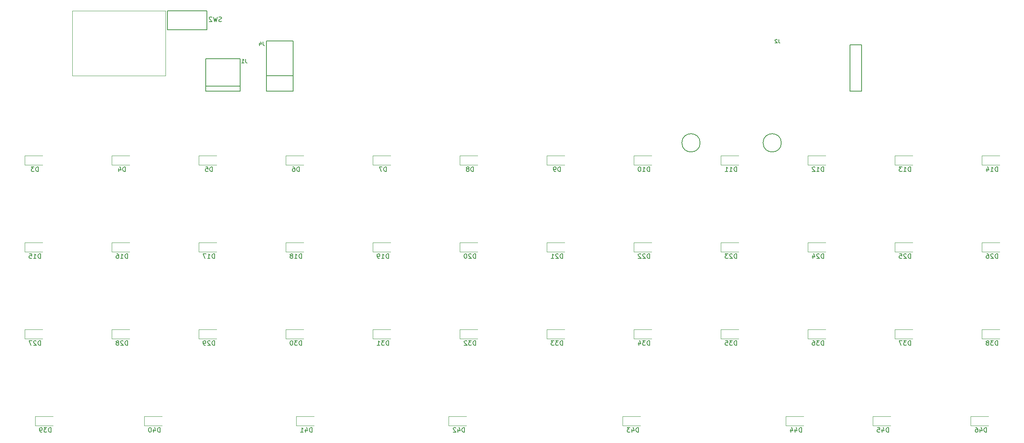
<source format=gbo>
G04 #@! TF.GenerationSoftware,KiCad,Pcbnew,(5.1.5)-3*
G04 #@! TF.CreationDate,2020-06-08T21:07:07-04:00*
G04 #@! TF.ProjectId,Xen40,58656e34-302e-46b6-9963-61645f706362,rev?*
G04 #@! TF.SameCoordinates,Original*
G04 #@! TF.FileFunction,Legend,Bot*
G04 #@! TF.FilePolarity,Positive*
%FSLAX46Y46*%
G04 Gerber Fmt 4.6, Leading zero omitted, Abs format (unit mm)*
G04 Created by KiCad (PCBNEW (5.1.5)-3) date 2020-06-08 21:07:07*
%MOMM*%
%LPD*%
G04 APERTURE LIST*
%ADD10C,0.120000*%
%ADD11C,0.150000*%
%ADD12C,0.203200*%
%ADD13C,0.138988*%
%ADD14C,1.352000*%
%ADD15C,1.452000*%
%ADD16C,1.602000*%
%ADD17C,2.352000*%
%ADD18C,4.089800*%
%ADD19C,1.852000*%
%ADD20C,3.150000*%
%ADD21C,1.499000*%
%ADD22C,1.879600*%
%ADD23C,3.301600*%
%ADD24R,1.002000X1.302000*%
G04 APERTURE END LIST*
D10*
X49500000Y-58800000D02*
X49500000Y-44600000D01*
X69900000Y-58800000D02*
X49500000Y-58800000D01*
X69900000Y-44600000D02*
X69900000Y-58800000D01*
X49500000Y-44600000D02*
X69900000Y-44600000D01*
D11*
X78709000Y-61115000D02*
X86209000Y-61115000D01*
X86169000Y-62215000D02*
X78709000Y-62215000D01*
X86209000Y-55115000D02*
X78709000Y-55115000D01*
X78709000Y-55115000D02*
X78709000Y-62215000D01*
X86209000Y-62215000D02*
X86209000Y-55115000D01*
X91935000Y-62178000D02*
X97835000Y-62178000D01*
X97835000Y-51228000D02*
X91935000Y-51228000D01*
X91935000Y-51228000D02*
X91935000Y-62178000D01*
X91935000Y-58828000D02*
X97835000Y-58828000D01*
X97835000Y-62178000D02*
X97835000Y-51228000D01*
X70312500Y-44625000D02*
X78912500Y-44625000D01*
X70312500Y-44625000D02*
X70312500Y-48725000D01*
X70312500Y-48725000D02*
X78912500Y-48725000D01*
X78912500Y-48725000D02*
X78912500Y-44625000D01*
X219710000Y-52070000D02*
X222250000Y-52070000D01*
X219710000Y-62230000D02*
X219710000Y-52070000D01*
X222250000Y-62230000D02*
X219710000Y-62230000D01*
X222250000Y-52070000D02*
X222250000Y-62230000D01*
D12*
X186912000Y-73533000D02*
G75*
G03X186912000Y-73533000I-2000000J0D01*
G01*
X204692000Y-73533000D02*
G75*
G03X204692000Y-73533000I-2000000J0D01*
G01*
D10*
X246162000Y-135493000D02*
X250062000Y-135493000D01*
X246162000Y-133493000D02*
X250062000Y-133493000D01*
X246162000Y-135493000D02*
X246162000Y-133493000D01*
X224699000Y-135493000D02*
X228599000Y-135493000D01*
X224699000Y-133493000D02*
X228599000Y-133493000D01*
X224699000Y-135493000D02*
X224699000Y-133493000D01*
X205649000Y-135493000D02*
X209549000Y-135493000D01*
X205649000Y-133493000D02*
X209549000Y-133493000D01*
X205649000Y-135493000D02*
X205649000Y-133493000D01*
X169962000Y-135493000D02*
X173862000Y-135493000D01*
X169962000Y-133493000D02*
X173862000Y-133493000D01*
X169962000Y-135493000D02*
X169962000Y-133493000D01*
X131862000Y-135493000D02*
X135762000Y-135493000D01*
X131862000Y-133493000D02*
X135762000Y-133493000D01*
X131862000Y-135493000D02*
X131862000Y-133493000D01*
X98461000Y-135493000D02*
X102361000Y-135493000D01*
X98461000Y-133493000D02*
X102361000Y-133493000D01*
X98461000Y-135493000D02*
X98461000Y-133493000D01*
X65187000Y-135493000D02*
X69087000Y-135493000D01*
X65187000Y-133493000D02*
X69087000Y-133493000D01*
X65187000Y-135493000D02*
X65187000Y-133493000D01*
X41311000Y-135493000D02*
X45211000Y-135493000D01*
X41311000Y-133493000D02*
X45211000Y-133493000D01*
X41311000Y-135493000D02*
X41311000Y-133493000D01*
X248575000Y-116443000D02*
X252475000Y-116443000D01*
X248575000Y-114443000D02*
X252475000Y-114443000D01*
X248575000Y-116443000D02*
X248575000Y-114443000D01*
X229525000Y-116443000D02*
X233425000Y-116443000D01*
X229525000Y-114443000D02*
X233425000Y-114443000D01*
X229525000Y-116443000D02*
X229525000Y-114443000D01*
X210475000Y-116443000D02*
X214375000Y-116443000D01*
X210475000Y-114443000D02*
X214375000Y-114443000D01*
X210475000Y-116443000D02*
X210475000Y-114443000D01*
X191425000Y-116443000D02*
X195325000Y-116443000D01*
X191425000Y-114443000D02*
X195325000Y-114443000D01*
X191425000Y-116443000D02*
X191425000Y-114443000D01*
X172375000Y-116443000D02*
X176275000Y-116443000D01*
X172375000Y-114443000D02*
X176275000Y-114443000D01*
X172375000Y-116443000D02*
X172375000Y-114443000D01*
X153325000Y-116443000D02*
X157225000Y-116443000D01*
X153325000Y-114443000D02*
X157225000Y-114443000D01*
X153325000Y-116443000D02*
X153325000Y-114443000D01*
X134275000Y-116443000D02*
X138175000Y-116443000D01*
X134275000Y-114443000D02*
X138175000Y-114443000D01*
X134275000Y-116443000D02*
X134275000Y-114443000D01*
X115225000Y-116443000D02*
X119125000Y-116443000D01*
X115225000Y-114443000D02*
X119125000Y-114443000D01*
X115225000Y-116443000D02*
X115225000Y-114443000D01*
X96175000Y-116443000D02*
X100075000Y-116443000D01*
X96175000Y-114443000D02*
X100075000Y-114443000D01*
X96175000Y-116443000D02*
X96175000Y-114443000D01*
X77125000Y-116443000D02*
X81025000Y-116443000D01*
X77125000Y-114443000D02*
X81025000Y-114443000D01*
X77125000Y-116443000D02*
X77125000Y-114443000D01*
X58075000Y-116443000D02*
X61975000Y-116443000D01*
X58075000Y-114443000D02*
X61975000Y-114443000D01*
X58075000Y-116443000D02*
X58075000Y-114443000D01*
X39025000Y-116443000D02*
X42925000Y-116443000D01*
X39025000Y-114443000D02*
X42925000Y-114443000D01*
X39025000Y-116443000D02*
X39025000Y-114443000D01*
X248575000Y-97393000D02*
X252475000Y-97393000D01*
X248575000Y-95393000D02*
X252475000Y-95393000D01*
X248575000Y-97393000D02*
X248575000Y-95393000D01*
X229525000Y-97393000D02*
X233425000Y-97393000D01*
X229525000Y-95393000D02*
X233425000Y-95393000D01*
X229525000Y-97393000D02*
X229525000Y-95393000D01*
X210475000Y-97393000D02*
X214375000Y-97393000D01*
X210475000Y-95393000D02*
X214375000Y-95393000D01*
X210475000Y-97393000D02*
X210475000Y-95393000D01*
X191425000Y-97393000D02*
X195325000Y-97393000D01*
X191425000Y-95393000D02*
X195325000Y-95393000D01*
X191425000Y-97393000D02*
X191425000Y-95393000D01*
X172375000Y-97393000D02*
X176275000Y-97393000D01*
X172375000Y-95393000D02*
X176275000Y-95393000D01*
X172375000Y-97393000D02*
X172375000Y-95393000D01*
X153325000Y-97393000D02*
X157225000Y-97393000D01*
X153325000Y-95393000D02*
X157225000Y-95393000D01*
X153325000Y-97393000D02*
X153325000Y-95393000D01*
X134275000Y-97393000D02*
X138175000Y-97393000D01*
X134275000Y-95393000D02*
X138175000Y-95393000D01*
X134275000Y-97393000D02*
X134275000Y-95393000D01*
X115225000Y-97393000D02*
X119125000Y-97393000D01*
X115225000Y-95393000D02*
X119125000Y-95393000D01*
X115225000Y-97393000D02*
X115225000Y-95393000D01*
X96175000Y-97393000D02*
X100075000Y-97393000D01*
X96175000Y-95393000D02*
X100075000Y-95393000D01*
X96175000Y-97393000D02*
X96175000Y-95393000D01*
X77125000Y-97393000D02*
X81025000Y-97393000D01*
X77125000Y-95393000D02*
X81025000Y-95393000D01*
X77125000Y-97393000D02*
X77125000Y-95393000D01*
X58075000Y-97393000D02*
X61975000Y-97393000D01*
X58075000Y-95393000D02*
X61975000Y-95393000D01*
X58075000Y-97393000D02*
X58075000Y-95393000D01*
X39025000Y-97393000D02*
X42925000Y-97393000D01*
X39025000Y-95393000D02*
X42925000Y-95393000D01*
X39025000Y-97393000D02*
X39025000Y-95393000D01*
X248575000Y-78343000D02*
X252475000Y-78343000D01*
X248575000Y-76343000D02*
X252475000Y-76343000D01*
X248575000Y-78343000D02*
X248575000Y-76343000D01*
X229525000Y-78343000D02*
X233425000Y-78343000D01*
X229525000Y-76343000D02*
X233425000Y-76343000D01*
X229525000Y-78343000D02*
X229525000Y-76343000D01*
X210475000Y-78343000D02*
X214375000Y-78343000D01*
X210475000Y-76343000D02*
X214375000Y-76343000D01*
X210475000Y-78343000D02*
X210475000Y-76343000D01*
X191425000Y-78343000D02*
X195325000Y-78343000D01*
X191425000Y-76343000D02*
X195325000Y-76343000D01*
X191425000Y-78343000D02*
X191425000Y-76343000D01*
X172375000Y-78343000D02*
X176275000Y-78343000D01*
X172375000Y-76343000D02*
X176275000Y-76343000D01*
X172375000Y-78343000D02*
X172375000Y-76343000D01*
X153325000Y-78343000D02*
X157225000Y-78343000D01*
X153325000Y-76343000D02*
X157225000Y-76343000D01*
X153325000Y-78343000D02*
X153325000Y-76343000D01*
X134275000Y-78343000D02*
X138175000Y-78343000D01*
X134275000Y-76343000D02*
X138175000Y-76343000D01*
X134275000Y-78343000D02*
X134275000Y-76343000D01*
X115225000Y-78343000D02*
X119125000Y-78343000D01*
X115225000Y-76343000D02*
X119125000Y-76343000D01*
X115225000Y-78343000D02*
X115225000Y-76343000D01*
X96175000Y-78343000D02*
X100075000Y-78343000D01*
X96175000Y-76343000D02*
X100075000Y-76343000D01*
X96175000Y-78343000D02*
X96175000Y-76343000D01*
X77125000Y-78343000D02*
X81025000Y-78343000D01*
X77125000Y-76343000D02*
X81025000Y-76343000D01*
X77125000Y-78343000D02*
X77125000Y-76343000D01*
X58075000Y-78343000D02*
X61975000Y-78343000D01*
X58075000Y-76343000D02*
X61975000Y-76343000D01*
X58075000Y-78343000D02*
X58075000Y-76343000D01*
X39025000Y-78343000D02*
X42925000Y-78343000D01*
X39025000Y-76343000D02*
X42925000Y-76343000D01*
X39025000Y-78343000D02*
X39025000Y-76343000D01*
D11*
X87392933Y-55180895D02*
X87392933Y-55761466D01*
X87431638Y-55877580D01*
X87509047Y-55954990D01*
X87625161Y-55993695D01*
X87702571Y-55993695D01*
X86580133Y-55993695D02*
X87044590Y-55993695D01*
X86812361Y-55993695D02*
X86812361Y-55180895D01*
X86889771Y-55297009D01*
X86967180Y-55374419D01*
X87044590Y-55413123D01*
X91202933Y-51370895D02*
X91202933Y-51951466D01*
X91241638Y-52067580D01*
X91319047Y-52144990D01*
X91435161Y-52183695D01*
X91512571Y-52183695D01*
X90467542Y-51641828D02*
X90467542Y-52183695D01*
X90661066Y-51332190D02*
X90854590Y-51912761D01*
X90351428Y-51912761D01*
X82105333Y-46886761D02*
X81962476Y-46934380D01*
X81724380Y-46934380D01*
X81629142Y-46886761D01*
X81581523Y-46839142D01*
X81533904Y-46743904D01*
X81533904Y-46648666D01*
X81581523Y-46553428D01*
X81629142Y-46505809D01*
X81724380Y-46458190D01*
X81914857Y-46410571D01*
X82010095Y-46362952D01*
X82057714Y-46315333D01*
X82105333Y-46220095D01*
X82105333Y-46124857D01*
X82057714Y-46029619D01*
X82010095Y-45982000D01*
X81914857Y-45934380D01*
X81676761Y-45934380D01*
X81533904Y-45982000D01*
X81200571Y-45934380D02*
X80962476Y-46934380D01*
X80772000Y-46220095D01*
X80581523Y-46934380D01*
X80343428Y-45934380D01*
X80010095Y-46029619D02*
X79962476Y-45982000D01*
X79867238Y-45934380D01*
X79629142Y-45934380D01*
X79533904Y-45982000D01*
X79486285Y-46029619D01*
X79438666Y-46124857D01*
X79438666Y-46220095D01*
X79486285Y-46362952D01*
X80057714Y-46934380D01*
X79438666Y-46934380D01*
D13*
X204102193Y-50880070D02*
X204102193Y-51431613D01*
X204138962Y-51541921D01*
X204212501Y-51615460D01*
X204322810Y-51652230D01*
X204396349Y-51652230D01*
X203771267Y-50953609D02*
X203734497Y-50916840D01*
X203660958Y-50880070D01*
X203477111Y-50880070D01*
X203403572Y-50916840D01*
X203366802Y-50953609D01*
X203330033Y-51027148D01*
X203330033Y-51100687D01*
X203366802Y-51210996D01*
X203808036Y-51652230D01*
X203330033Y-51652230D01*
D11*
X249626285Y-136945380D02*
X249626285Y-135945380D01*
X249388190Y-135945380D01*
X249245333Y-135993000D01*
X249150095Y-136088238D01*
X249102476Y-136183476D01*
X249054857Y-136373952D01*
X249054857Y-136516809D01*
X249102476Y-136707285D01*
X249150095Y-136802523D01*
X249245333Y-136897761D01*
X249388190Y-136945380D01*
X249626285Y-136945380D01*
X248197714Y-136278714D02*
X248197714Y-136945380D01*
X248435809Y-135897761D02*
X248673904Y-136612047D01*
X248054857Y-136612047D01*
X247245333Y-135945380D02*
X247435809Y-135945380D01*
X247531047Y-135993000D01*
X247578666Y-136040619D01*
X247673904Y-136183476D01*
X247721523Y-136373952D01*
X247721523Y-136754904D01*
X247673904Y-136850142D01*
X247626285Y-136897761D01*
X247531047Y-136945380D01*
X247340571Y-136945380D01*
X247245333Y-136897761D01*
X247197714Y-136850142D01*
X247150095Y-136754904D01*
X247150095Y-136516809D01*
X247197714Y-136421571D01*
X247245333Y-136373952D01*
X247340571Y-136326333D01*
X247531047Y-136326333D01*
X247626285Y-136373952D01*
X247673904Y-136421571D01*
X247721523Y-136516809D01*
X228163285Y-136945380D02*
X228163285Y-135945380D01*
X227925190Y-135945380D01*
X227782333Y-135993000D01*
X227687095Y-136088238D01*
X227639476Y-136183476D01*
X227591857Y-136373952D01*
X227591857Y-136516809D01*
X227639476Y-136707285D01*
X227687095Y-136802523D01*
X227782333Y-136897761D01*
X227925190Y-136945380D01*
X228163285Y-136945380D01*
X226734714Y-136278714D02*
X226734714Y-136945380D01*
X226972809Y-135897761D02*
X227210904Y-136612047D01*
X226591857Y-136612047D01*
X225734714Y-135945380D02*
X226210904Y-135945380D01*
X226258523Y-136421571D01*
X226210904Y-136373952D01*
X226115666Y-136326333D01*
X225877571Y-136326333D01*
X225782333Y-136373952D01*
X225734714Y-136421571D01*
X225687095Y-136516809D01*
X225687095Y-136754904D01*
X225734714Y-136850142D01*
X225782333Y-136897761D01*
X225877571Y-136945380D01*
X226115666Y-136945380D01*
X226210904Y-136897761D01*
X226258523Y-136850142D01*
X209113285Y-136945380D02*
X209113285Y-135945380D01*
X208875190Y-135945380D01*
X208732333Y-135993000D01*
X208637095Y-136088238D01*
X208589476Y-136183476D01*
X208541857Y-136373952D01*
X208541857Y-136516809D01*
X208589476Y-136707285D01*
X208637095Y-136802523D01*
X208732333Y-136897761D01*
X208875190Y-136945380D01*
X209113285Y-136945380D01*
X207684714Y-136278714D02*
X207684714Y-136945380D01*
X207922809Y-135897761D02*
X208160904Y-136612047D01*
X207541857Y-136612047D01*
X206732333Y-136278714D02*
X206732333Y-136945380D01*
X206970428Y-135897761D02*
X207208523Y-136612047D01*
X206589476Y-136612047D01*
X173426285Y-136945380D02*
X173426285Y-135945380D01*
X173188190Y-135945380D01*
X173045333Y-135993000D01*
X172950095Y-136088238D01*
X172902476Y-136183476D01*
X172854857Y-136373952D01*
X172854857Y-136516809D01*
X172902476Y-136707285D01*
X172950095Y-136802523D01*
X173045333Y-136897761D01*
X173188190Y-136945380D01*
X173426285Y-136945380D01*
X171997714Y-136278714D02*
X171997714Y-136945380D01*
X172235809Y-135897761D02*
X172473904Y-136612047D01*
X171854857Y-136612047D01*
X171569142Y-135945380D02*
X170950095Y-135945380D01*
X171283428Y-136326333D01*
X171140571Y-136326333D01*
X171045333Y-136373952D01*
X170997714Y-136421571D01*
X170950095Y-136516809D01*
X170950095Y-136754904D01*
X170997714Y-136850142D01*
X171045333Y-136897761D01*
X171140571Y-136945380D01*
X171426285Y-136945380D01*
X171521523Y-136897761D01*
X171569142Y-136850142D01*
X135326285Y-136945380D02*
X135326285Y-135945380D01*
X135088190Y-135945380D01*
X134945333Y-135993000D01*
X134850095Y-136088238D01*
X134802476Y-136183476D01*
X134754857Y-136373952D01*
X134754857Y-136516809D01*
X134802476Y-136707285D01*
X134850095Y-136802523D01*
X134945333Y-136897761D01*
X135088190Y-136945380D01*
X135326285Y-136945380D01*
X133897714Y-136278714D02*
X133897714Y-136945380D01*
X134135809Y-135897761D02*
X134373904Y-136612047D01*
X133754857Y-136612047D01*
X133421523Y-136040619D02*
X133373904Y-135993000D01*
X133278666Y-135945380D01*
X133040571Y-135945380D01*
X132945333Y-135993000D01*
X132897714Y-136040619D01*
X132850095Y-136135857D01*
X132850095Y-136231095D01*
X132897714Y-136373952D01*
X133469142Y-136945380D01*
X132850095Y-136945380D01*
X101925285Y-136945380D02*
X101925285Y-135945380D01*
X101687190Y-135945380D01*
X101544333Y-135993000D01*
X101449095Y-136088238D01*
X101401476Y-136183476D01*
X101353857Y-136373952D01*
X101353857Y-136516809D01*
X101401476Y-136707285D01*
X101449095Y-136802523D01*
X101544333Y-136897761D01*
X101687190Y-136945380D01*
X101925285Y-136945380D01*
X100496714Y-136278714D02*
X100496714Y-136945380D01*
X100734809Y-135897761D02*
X100972904Y-136612047D01*
X100353857Y-136612047D01*
X99449095Y-136945380D02*
X100020523Y-136945380D01*
X99734809Y-136945380D02*
X99734809Y-135945380D01*
X99830047Y-136088238D01*
X99925285Y-136183476D01*
X100020523Y-136231095D01*
X68651285Y-136945380D02*
X68651285Y-135945380D01*
X68413190Y-135945380D01*
X68270333Y-135993000D01*
X68175095Y-136088238D01*
X68127476Y-136183476D01*
X68079857Y-136373952D01*
X68079857Y-136516809D01*
X68127476Y-136707285D01*
X68175095Y-136802523D01*
X68270333Y-136897761D01*
X68413190Y-136945380D01*
X68651285Y-136945380D01*
X67222714Y-136278714D02*
X67222714Y-136945380D01*
X67460809Y-135897761D02*
X67698904Y-136612047D01*
X67079857Y-136612047D01*
X66508428Y-135945380D02*
X66413190Y-135945380D01*
X66317952Y-135993000D01*
X66270333Y-136040619D01*
X66222714Y-136135857D01*
X66175095Y-136326333D01*
X66175095Y-136564428D01*
X66222714Y-136754904D01*
X66270333Y-136850142D01*
X66317952Y-136897761D01*
X66413190Y-136945380D01*
X66508428Y-136945380D01*
X66603666Y-136897761D01*
X66651285Y-136850142D01*
X66698904Y-136754904D01*
X66746523Y-136564428D01*
X66746523Y-136326333D01*
X66698904Y-136135857D01*
X66651285Y-136040619D01*
X66603666Y-135993000D01*
X66508428Y-135945380D01*
X44775285Y-136945380D02*
X44775285Y-135945380D01*
X44537190Y-135945380D01*
X44394333Y-135993000D01*
X44299095Y-136088238D01*
X44251476Y-136183476D01*
X44203857Y-136373952D01*
X44203857Y-136516809D01*
X44251476Y-136707285D01*
X44299095Y-136802523D01*
X44394333Y-136897761D01*
X44537190Y-136945380D01*
X44775285Y-136945380D01*
X43870523Y-135945380D02*
X43251476Y-135945380D01*
X43584809Y-136326333D01*
X43441952Y-136326333D01*
X43346714Y-136373952D01*
X43299095Y-136421571D01*
X43251476Y-136516809D01*
X43251476Y-136754904D01*
X43299095Y-136850142D01*
X43346714Y-136897761D01*
X43441952Y-136945380D01*
X43727666Y-136945380D01*
X43822904Y-136897761D01*
X43870523Y-136850142D01*
X42775285Y-136945380D02*
X42584809Y-136945380D01*
X42489571Y-136897761D01*
X42441952Y-136850142D01*
X42346714Y-136707285D01*
X42299095Y-136516809D01*
X42299095Y-136135857D01*
X42346714Y-136040619D01*
X42394333Y-135993000D01*
X42489571Y-135945380D01*
X42680047Y-135945380D01*
X42775285Y-135993000D01*
X42822904Y-136040619D01*
X42870523Y-136135857D01*
X42870523Y-136373952D01*
X42822904Y-136469190D01*
X42775285Y-136516809D01*
X42680047Y-136564428D01*
X42489571Y-136564428D01*
X42394333Y-136516809D01*
X42346714Y-136469190D01*
X42299095Y-136373952D01*
X252039285Y-117895380D02*
X252039285Y-116895380D01*
X251801190Y-116895380D01*
X251658333Y-116943000D01*
X251563095Y-117038238D01*
X251515476Y-117133476D01*
X251467857Y-117323952D01*
X251467857Y-117466809D01*
X251515476Y-117657285D01*
X251563095Y-117752523D01*
X251658333Y-117847761D01*
X251801190Y-117895380D01*
X252039285Y-117895380D01*
X251134523Y-116895380D02*
X250515476Y-116895380D01*
X250848809Y-117276333D01*
X250705952Y-117276333D01*
X250610714Y-117323952D01*
X250563095Y-117371571D01*
X250515476Y-117466809D01*
X250515476Y-117704904D01*
X250563095Y-117800142D01*
X250610714Y-117847761D01*
X250705952Y-117895380D01*
X250991666Y-117895380D01*
X251086904Y-117847761D01*
X251134523Y-117800142D01*
X249944047Y-117323952D02*
X250039285Y-117276333D01*
X250086904Y-117228714D01*
X250134523Y-117133476D01*
X250134523Y-117085857D01*
X250086904Y-116990619D01*
X250039285Y-116943000D01*
X249944047Y-116895380D01*
X249753571Y-116895380D01*
X249658333Y-116943000D01*
X249610714Y-116990619D01*
X249563095Y-117085857D01*
X249563095Y-117133476D01*
X249610714Y-117228714D01*
X249658333Y-117276333D01*
X249753571Y-117323952D01*
X249944047Y-117323952D01*
X250039285Y-117371571D01*
X250086904Y-117419190D01*
X250134523Y-117514428D01*
X250134523Y-117704904D01*
X250086904Y-117800142D01*
X250039285Y-117847761D01*
X249944047Y-117895380D01*
X249753571Y-117895380D01*
X249658333Y-117847761D01*
X249610714Y-117800142D01*
X249563095Y-117704904D01*
X249563095Y-117514428D01*
X249610714Y-117419190D01*
X249658333Y-117371571D01*
X249753571Y-117323952D01*
X232989285Y-117895380D02*
X232989285Y-116895380D01*
X232751190Y-116895380D01*
X232608333Y-116943000D01*
X232513095Y-117038238D01*
X232465476Y-117133476D01*
X232417857Y-117323952D01*
X232417857Y-117466809D01*
X232465476Y-117657285D01*
X232513095Y-117752523D01*
X232608333Y-117847761D01*
X232751190Y-117895380D01*
X232989285Y-117895380D01*
X232084523Y-116895380D02*
X231465476Y-116895380D01*
X231798809Y-117276333D01*
X231655952Y-117276333D01*
X231560714Y-117323952D01*
X231513095Y-117371571D01*
X231465476Y-117466809D01*
X231465476Y-117704904D01*
X231513095Y-117800142D01*
X231560714Y-117847761D01*
X231655952Y-117895380D01*
X231941666Y-117895380D01*
X232036904Y-117847761D01*
X232084523Y-117800142D01*
X231132142Y-116895380D02*
X230465476Y-116895380D01*
X230894047Y-117895380D01*
X213939285Y-117895380D02*
X213939285Y-116895380D01*
X213701190Y-116895380D01*
X213558333Y-116943000D01*
X213463095Y-117038238D01*
X213415476Y-117133476D01*
X213367857Y-117323952D01*
X213367857Y-117466809D01*
X213415476Y-117657285D01*
X213463095Y-117752523D01*
X213558333Y-117847761D01*
X213701190Y-117895380D01*
X213939285Y-117895380D01*
X213034523Y-116895380D02*
X212415476Y-116895380D01*
X212748809Y-117276333D01*
X212605952Y-117276333D01*
X212510714Y-117323952D01*
X212463095Y-117371571D01*
X212415476Y-117466809D01*
X212415476Y-117704904D01*
X212463095Y-117800142D01*
X212510714Y-117847761D01*
X212605952Y-117895380D01*
X212891666Y-117895380D01*
X212986904Y-117847761D01*
X213034523Y-117800142D01*
X211558333Y-116895380D02*
X211748809Y-116895380D01*
X211844047Y-116943000D01*
X211891666Y-116990619D01*
X211986904Y-117133476D01*
X212034523Y-117323952D01*
X212034523Y-117704904D01*
X211986904Y-117800142D01*
X211939285Y-117847761D01*
X211844047Y-117895380D01*
X211653571Y-117895380D01*
X211558333Y-117847761D01*
X211510714Y-117800142D01*
X211463095Y-117704904D01*
X211463095Y-117466809D01*
X211510714Y-117371571D01*
X211558333Y-117323952D01*
X211653571Y-117276333D01*
X211844047Y-117276333D01*
X211939285Y-117323952D01*
X211986904Y-117371571D01*
X212034523Y-117466809D01*
X194889285Y-117895380D02*
X194889285Y-116895380D01*
X194651190Y-116895380D01*
X194508333Y-116943000D01*
X194413095Y-117038238D01*
X194365476Y-117133476D01*
X194317857Y-117323952D01*
X194317857Y-117466809D01*
X194365476Y-117657285D01*
X194413095Y-117752523D01*
X194508333Y-117847761D01*
X194651190Y-117895380D01*
X194889285Y-117895380D01*
X193984523Y-116895380D02*
X193365476Y-116895380D01*
X193698809Y-117276333D01*
X193555952Y-117276333D01*
X193460714Y-117323952D01*
X193413095Y-117371571D01*
X193365476Y-117466809D01*
X193365476Y-117704904D01*
X193413095Y-117800142D01*
X193460714Y-117847761D01*
X193555952Y-117895380D01*
X193841666Y-117895380D01*
X193936904Y-117847761D01*
X193984523Y-117800142D01*
X192460714Y-116895380D02*
X192936904Y-116895380D01*
X192984523Y-117371571D01*
X192936904Y-117323952D01*
X192841666Y-117276333D01*
X192603571Y-117276333D01*
X192508333Y-117323952D01*
X192460714Y-117371571D01*
X192413095Y-117466809D01*
X192413095Y-117704904D01*
X192460714Y-117800142D01*
X192508333Y-117847761D01*
X192603571Y-117895380D01*
X192841666Y-117895380D01*
X192936904Y-117847761D01*
X192984523Y-117800142D01*
X175839285Y-117895380D02*
X175839285Y-116895380D01*
X175601190Y-116895380D01*
X175458333Y-116943000D01*
X175363095Y-117038238D01*
X175315476Y-117133476D01*
X175267857Y-117323952D01*
X175267857Y-117466809D01*
X175315476Y-117657285D01*
X175363095Y-117752523D01*
X175458333Y-117847761D01*
X175601190Y-117895380D01*
X175839285Y-117895380D01*
X174934523Y-116895380D02*
X174315476Y-116895380D01*
X174648809Y-117276333D01*
X174505952Y-117276333D01*
X174410714Y-117323952D01*
X174363095Y-117371571D01*
X174315476Y-117466809D01*
X174315476Y-117704904D01*
X174363095Y-117800142D01*
X174410714Y-117847761D01*
X174505952Y-117895380D01*
X174791666Y-117895380D01*
X174886904Y-117847761D01*
X174934523Y-117800142D01*
X173458333Y-117228714D02*
X173458333Y-117895380D01*
X173696428Y-116847761D02*
X173934523Y-117562047D01*
X173315476Y-117562047D01*
X156789285Y-117895380D02*
X156789285Y-116895380D01*
X156551190Y-116895380D01*
X156408333Y-116943000D01*
X156313095Y-117038238D01*
X156265476Y-117133476D01*
X156217857Y-117323952D01*
X156217857Y-117466809D01*
X156265476Y-117657285D01*
X156313095Y-117752523D01*
X156408333Y-117847761D01*
X156551190Y-117895380D01*
X156789285Y-117895380D01*
X155884523Y-116895380D02*
X155265476Y-116895380D01*
X155598809Y-117276333D01*
X155455952Y-117276333D01*
X155360714Y-117323952D01*
X155313095Y-117371571D01*
X155265476Y-117466809D01*
X155265476Y-117704904D01*
X155313095Y-117800142D01*
X155360714Y-117847761D01*
X155455952Y-117895380D01*
X155741666Y-117895380D01*
X155836904Y-117847761D01*
X155884523Y-117800142D01*
X154932142Y-116895380D02*
X154313095Y-116895380D01*
X154646428Y-117276333D01*
X154503571Y-117276333D01*
X154408333Y-117323952D01*
X154360714Y-117371571D01*
X154313095Y-117466809D01*
X154313095Y-117704904D01*
X154360714Y-117800142D01*
X154408333Y-117847761D01*
X154503571Y-117895380D01*
X154789285Y-117895380D01*
X154884523Y-117847761D01*
X154932142Y-117800142D01*
X137739285Y-117895380D02*
X137739285Y-116895380D01*
X137501190Y-116895380D01*
X137358333Y-116943000D01*
X137263095Y-117038238D01*
X137215476Y-117133476D01*
X137167857Y-117323952D01*
X137167857Y-117466809D01*
X137215476Y-117657285D01*
X137263095Y-117752523D01*
X137358333Y-117847761D01*
X137501190Y-117895380D01*
X137739285Y-117895380D01*
X136834523Y-116895380D02*
X136215476Y-116895380D01*
X136548809Y-117276333D01*
X136405952Y-117276333D01*
X136310714Y-117323952D01*
X136263095Y-117371571D01*
X136215476Y-117466809D01*
X136215476Y-117704904D01*
X136263095Y-117800142D01*
X136310714Y-117847761D01*
X136405952Y-117895380D01*
X136691666Y-117895380D01*
X136786904Y-117847761D01*
X136834523Y-117800142D01*
X135834523Y-116990619D02*
X135786904Y-116943000D01*
X135691666Y-116895380D01*
X135453571Y-116895380D01*
X135358333Y-116943000D01*
X135310714Y-116990619D01*
X135263095Y-117085857D01*
X135263095Y-117181095D01*
X135310714Y-117323952D01*
X135882142Y-117895380D01*
X135263095Y-117895380D01*
X118689285Y-117895380D02*
X118689285Y-116895380D01*
X118451190Y-116895380D01*
X118308333Y-116943000D01*
X118213095Y-117038238D01*
X118165476Y-117133476D01*
X118117857Y-117323952D01*
X118117857Y-117466809D01*
X118165476Y-117657285D01*
X118213095Y-117752523D01*
X118308333Y-117847761D01*
X118451190Y-117895380D01*
X118689285Y-117895380D01*
X117784523Y-116895380D02*
X117165476Y-116895380D01*
X117498809Y-117276333D01*
X117355952Y-117276333D01*
X117260714Y-117323952D01*
X117213095Y-117371571D01*
X117165476Y-117466809D01*
X117165476Y-117704904D01*
X117213095Y-117800142D01*
X117260714Y-117847761D01*
X117355952Y-117895380D01*
X117641666Y-117895380D01*
X117736904Y-117847761D01*
X117784523Y-117800142D01*
X116213095Y-117895380D02*
X116784523Y-117895380D01*
X116498809Y-117895380D02*
X116498809Y-116895380D01*
X116594047Y-117038238D01*
X116689285Y-117133476D01*
X116784523Y-117181095D01*
X99639285Y-117895380D02*
X99639285Y-116895380D01*
X99401190Y-116895380D01*
X99258333Y-116943000D01*
X99163095Y-117038238D01*
X99115476Y-117133476D01*
X99067857Y-117323952D01*
X99067857Y-117466809D01*
X99115476Y-117657285D01*
X99163095Y-117752523D01*
X99258333Y-117847761D01*
X99401190Y-117895380D01*
X99639285Y-117895380D01*
X98734523Y-116895380D02*
X98115476Y-116895380D01*
X98448809Y-117276333D01*
X98305952Y-117276333D01*
X98210714Y-117323952D01*
X98163095Y-117371571D01*
X98115476Y-117466809D01*
X98115476Y-117704904D01*
X98163095Y-117800142D01*
X98210714Y-117847761D01*
X98305952Y-117895380D01*
X98591666Y-117895380D01*
X98686904Y-117847761D01*
X98734523Y-117800142D01*
X97496428Y-116895380D02*
X97401190Y-116895380D01*
X97305952Y-116943000D01*
X97258333Y-116990619D01*
X97210714Y-117085857D01*
X97163095Y-117276333D01*
X97163095Y-117514428D01*
X97210714Y-117704904D01*
X97258333Y-117800142D01*
X97305952Y-117847761D01*
X97401190Y-117895380D01*
X97496428Y-117895380D01*
X97591666Y-117847761D01*
X97639285Y-117800142D01*
X97686904Y-117704904D01*
X97734523Y-117514428D01*
X97734523Y-117276333D01*
X97686904Y-117085857D01*
X97639285Y-116990619D01*
X97591666Y-116943000D01*
X97496428Y-116895380D01*
X80589285Y-117895380D02*
X80589285Y-116895380D01*
X80351190Y-116895380D01*
X80208333Y-116943000D01*
X80113095Y-117038238D01*
X80065476Y-117133476D01*
X80017857Y-117323952D01*
X80017857Y-117466809D01*
X80065476Y-117657285D01*
X80113095Y-117752523D01*
X80208333Y-117847761D01*
X80351190Y-117895380D01*
X80589285Y-117895380D01*
X79636904Y-116990619D02*
X79589285Y-116943000D01*
X79494047Y-116895380D01*
X79255952Y-116895380D01*
X79160714Y-116943000D01*
X79113095Y-116990619D01*
X79065476Y-117085857D01*
X79065476Y-117181095D01*
X79113095Y-117323952D01*
X79684523Y-117895380D01*
X79065476Y-117895380D01*
X78589285Y-117895380D02*
X78398809Y-117895380D01*
X78303571Y-117847761D01*
X78255952Y-117800142D01*
X78160714Y-117657285D01*
X78113095Y-117466809D01*
X78113095Y-117085857D01*
X78160714Y-116990619D01*
X78208333Y-116943000D01*
X78303571Y-116895380D01*
X78494047Y-116895380D01*
X78589285Y-116943000D01*
X78636904Y-116990619D01*
X78684523Y-117085857D01*
X78684523Y-117323952D01*
X78636904Y-117419190D01*
X78589285Y-117466809D01*
X78494047Y-117514428D01*
X78303571Y-117514428D01*
X78208333Y-117466809D01*
X78160714Y-117419190D01*
X78113095Y-117323952D01*
X61539285Y-117895380D02*
X61539285Y-116895380D01*
X61301190Y-116895380D01*
X61158333Y-116943000D01*
X61063095Y-117038238D01*
X61015476Y-117133476D01*
X60967857Y-117323952D01*
X60967857Y-117466809D01*
X61015476Y-117657285D01*
X61063095Y-117752523D01*
X61158333Y-117847761D01*
X61301190Y-117895380D01*
X61539285Y-117895380D01*
X60586904Y-116990619D02*
X60539285Y-116943000D01*
X60444047Y-116895380D01*
X60205952Y-116895380D01*
X60110714Y-116943000D01*
X60063095Y-116990619D01*
X60015476Y-117085857D01*
X60015476Y-117181095D01*
X60063095Y-117323952D01*
X60634523Y-117895380D01*
X60015476Y-117895380D01*
X59444047Y-117323952D02*
X59539285Y-117276333D01*
X59586904Y-117228714D01*
X59634523Y-117133476D01*
X59634523Y-117085857D01*
X59586904Y-116990619D01*
X59539285Y-116943000D01*
X59444047Y-116895380D01*
X59253571Y-116895380D01*
X59158333Y-116943000D01*
X59110714Y-116990619D01*
X59063095Y-117085857D01*
X59063095Y-117133476D01*
X59110714Y-117228714D01*
X59158333Y-117276333D01*
X59253571Y-117323952D01*
X59444047Y-117323952D01*
X59539285Y-117371571D01*
X59586904Y-117419190D01*
X59634523Y-117514428D01*
X59634523Y-117704904D01*
X59586904Y-117800142D01*
X59539285Y-117847761D01*
X59444047Y-117895380D01*
X59253571Y-117895380D01*
X59158333Y-117847761D01*
X59110714Y-117800142D01*
X59063095Y-117704904D01*
X59063095Y-117514428D01*
X59110714Y-117419190D01*
X59158333Y-117371571D01*
X59253571Y-117323952D01*
X42489285Y-117895380D02*
X42489285Y-116895380D01*
X42251190Y-116895380D01*
X42108333Y-116943000D01*
X42013095Y-117038238D01*
X41965476Y-117133476D01*
X41917857Y-117323952D01*
X41917857Y-117466809D01*
X41965476Y-117657285D01*
X42013095Y-117752523D01*
X42108333Y-117847761D01*
X42251190Y-117895380D01*
X42489285Y-117895380D01*
X41536904Y-116990619D02*
X41489285Y-116943000D01*
X41394047Y-116895380D01*
X41155952Y-116895380D01*
X41060714Y-116943000D01*
X41013095Y-116990619D01*
X40965476Y-117085857D01*
X40965476Y-117181095D01*
X41013095Y-117323952D01*
X41584523Y-117895380D01*
X40965476Y-117895380D01*
X40632142Y-116895380D02*
X39965476Y-116895380D01*
X40394047Y-117895380D01*
X252039285Y-98845380D02*
X252039285Y-97845380D01*
X251801190Y-97845380D01*
X251658333Y-97893000D01*
X251563095Y-97988238D01*
X251515476Y-98083476D01*
X251467857Y-98273952D01*
X251467857Y-98416809D01*
X251515476Y-98607285D01*
X251563095Y-98702523D01*
X251658333Y-98797761D01*
X251801190Y-98845380D01*
X252039285Y-98845380D01*
X251086904Y-97940619D02*
X251039285Y-97893000D01*
X250944047Y-97845380D01*
X250705952Y-97845380D01*
X250610714Y-97893000D01*
X250563095Y-97940619D01*
X250515476Y-98035857D01*
X250515476Y-98131095D01*
X250563095Y-98273952D01*
X251134523Y-98845380D01*
X250515476Y-98845380D01*
X249658333Y-97845380D02*
X249848809Y-97845380D01*
X249944047Y-97893000D01*
X249991666Y-97940619D01*
X250086904Y-98083476D01*
X250134523Y-98273952D01*
X250134523Y-98654904D01*
X250086904Y-98750142D01*
X250039285Y-98797761D01*
X249944047Y-98845380D01*
X249753571Y-98845380D01*
X249658333Y-98797761D01*
X249610714Y-98750142D01*
X249563095Y-98654904D01*
X249563095Y-98416809D01*
X249610714Y-98321571D01*
X249658333Y-98273952D01*
X249753571Y-98226333D01*
X249944047Y-98226333D01*
X250039285Y-98273952D01*
X250086904Y-98321571D01*
X250134523Y-98416809D01*
X232989285Y-98845380D02*
X232989285Y-97845380D01*
X232751190Y-97845380D01*
X232608333Y-97893000D01*
X232513095Y-97988238D01*
X232465476Y-98083476D01*
X232417857Y-98273952D01*
X232417857Y-98416809D01*
X232465476Y-98607285D01*
X232513095Y-98702523D01*
X232608333Y-98797761D01*
X232751190Y-98845380D01*
X232989285Y-98845380D01*
X232036904Y-97940619D02*
X231989285Y-97893000D01*
X231894047Y-97845380D01*
X231655952Y-97845380D01*
X231560714Y-97893000D01*
X231513095Y-97940619D01*
X231465476Y-98035857D01*
X231465476Y-98131095D01*
X231513095Y-98273952D01*
X232084523Y-98845380D01*
X231465476Y-98845380D01*
X230560714Y-97845380D02*
X231036904Y-97845380D01*
X231084523Y-98321571D01*
X231036904Y-98273952D01*
X230941666Y-98226333D01*
X230703571Y-98226333D01*
X230608333Y-98273952D01*
X230560714Y-98321571D01*
X230513095Y-98416809D01*
X230513095Y-98654904D01*
X230560714Y-98750142D01*
X230608333Y-98797761D01*
X230703571Y-98845380D01*
X230941666Y-98845380D01*
X231036904Y-98797761D01*
X231084523Y-98750142D01*
X213939285Y-98845380D02*
X213939285Y-97845380D01*
X213701190Y-97845380D01*
X213558333Y-97893000D01*
X213463095Y-97988238D01*
X213415476Y-98083476D01*
X213367857Y-98273952D01*
X213367857Y-98416809D01*
X213415476Y-98607285D01*
X213463095Y-98702523D01*
X213558333Y-98797761D01*
X213701190Y-98845380D01*
X213939285Y-98845380D01*
X212986904Y-97940619D02*
X212939285Y-97893000D01*
X212844047Y-97845380D01*
X212605952Y-97845380D01*
X212510714Y-97893000D01*
X212463095Y-97940619D01*
X212415476Y-98035857D01*
X212415476Y-98131095D01*
X212463095Y-98273952D01*
X213034523Y-98845380D01*
X212415476Y-98845380D01*
X211558333Y-98178714D02*
X211558333Y-98845380D01*
X211796428Y-97797761D02*
X212034523Y-98512047D01*
X211415476Y-98512047D01*
X194889285Y-98845380D02*
X194889285Y-97845380D01*
X194651190Y-97845380D01*
X194508333Y-97893000D01*
X194413095Y-97988238D01*
X194365476Y-98083476D01*
X194317857Y-98273952D01*
X194317857Y-98416809D01*
X194365476Y-98607285D01*
X194413095Y-98702523D01*
X194508333Y-98797761D01*
X194651190Y-98845380D01*
X194889285Y-98845380D01*
X193936904Y-97940619D02*
X193889285Y-97893000D01*
X193794047Y-97845380D01*
X193555952Y-97845380D01*
X193460714Y-97893000D01*
X193413095Y-97940619D01*
X193365476Y-98035857D01*
X193365476Y-98131095D01*
X193413095Y-98273952D01*
X193984523Y-98845380D01*
X193365476Y-98845380D01*
X193032142Y-97845380D02*
X192413095Y-97845380D01*
X192746428Y-98226333D01*
X192603571Y-98226333D01*
X192508333Y-98273952D01*
X192460714Y-98321571D01*
X192413095Y-98416809D01*
X192413095Y-98654904D01*
X192460714Y-98750142D01*
X192508333Y-98797761D01*
X192603571Y-98845380D01*
X192889285Y-98845380D01*
X192984523Y-98797761D01*
X193032142Y-98750142D01*
X175839285Y-98845380D02*
X175839285Y-97845380D01*
X175601190Y-97845380D01*
X175458333Y-97893000D01*
X175363095Y-97988238D01*
X175315476Y-98083476D01*
X175267857Y-98273952D01*
X175267857Y-98416809D01*
X175315476Y-98607285D01*
X175363095Y-98702523D01*
X175458333Y-98797761D01*
X175601190Y-98845380D01*
X175839285Y-98845380D01*
X174886904Y-97940619D02*
X174839285Y-97893000D01*
X174744047Y-97845380D01*
X174505952Y-97845380D01*
X174410714Y-97893000D01*
X174363095Y-97940619D01*
X174315476Y-98035857D01*
X174315476Y-98131095D01*
X174363095Y-98273952D01*
X174934523Y-98845380D01*
X174315476Y-98845380D01*
X173934523Y-97940619D02*
X173886904Y-97893000D01*
X173791666Y-97845380D01*
X173553571Y-97845380D01*
X173458333Y-97893000D01*
X173410714Y-97940619D01*
X173363095Y-98035857D01*
X173363095Y-98131095D01*
X173410714Y-98273952D01*
X173982142Y-98845380D01*
X173363095Y-98845380D01*
X156789285Y-98845380D02*
X156789285Y-97845380D01*
X156551190Y-97845380D01*
X156408333Y-97893000D01*
X156313095Y-97988238D01*
X156265476Y-98083476D01*
X156217857Y-98273952D01*
X156217857Y-98416809D01*
X156265476Y-98607285D01*
X156313095Y-98702523D01*
X156408333Y-98797761D01*
X156551190Y-98845380D01*
X156789285Y-98845380D01*
X155836904Y-97940619D02*
X155789285Y-97893000D01*
X155694047Y-97845380D01*
X155455952Y-97845380D01*
X155360714Y-97893000D01*
X155313095Y-97940619D01*
X155265476Y-98035857D01*
X155265476Y-98131095D01*
X155313095Y-98273952D01*
X155884523Y-98845380D01*
X155265476Y-98845380D01*
X154313095Y-98845380D02*
X154884523Y-98845380D01*
X154598809Y-98845380D02*
X154598809Y-97845380D01*
X154694047Y-97988238D01*
X154789285Y-98083476D01*
X154884523Y-98131095D01*
X137739285Y-98845380D02*
X137739285Y-97845380D01*
X137501190Y-97845380D01*
X137358333Y-97893000D01*
X137263095Y-97988238D01*
X137215476Y-98083476D01*
X137167857Y-98273952D01*
X137167857Y-98416809D01*
X137215476Y-98607285D01*
X137263095Y-98702523D01*
X137358333Y-98797761D01*
X137501190Y-98845380D01*
X137739285Y-98845380D01*
X136786904Y-97940619D02*
X136739285Y-97893000D01*
X136644047Y-97845380D01*
X136405952Y-97845380D01*
X136310714Y-97893000D01*
X136263095Y-97940619D01*
X136215476Y-98035857D01*
X136215476Y-98131095D01*
X136263095Y-98273952D01*
X136834523Y-98845380D01*
X136215476Y-98845380D01*
X135596428Y-97845380D02*
X135501190Y-97845380D01*
X135405952Y-97893000D01*
X135358333Y-97940619D01*
X135310714Y-98035857D01*
X135263095Y-98226333D01*
X135263095Y-98464428D01*
X135310714Y-98654904D01*
X135358333Y-98750142D01*
X135405952Y-98797761D01*
X135501190Y-98845380D01*
X135596428Y-98845380D01*
X135691666Y-98797761D01*
X135739285Y-98750142D01*
X135786904Y-98654904D01*
X135834523Y-98464428D01*
X135834523Y-98226333D01*
X135786904Y-98035857D01*
X135739285Y-97940619D01*
X135691666Y-97893000D01*
X135596428Y-97845380D01*
X118689285Y-98845380D02*
X118689285Y-97845380D01*
X118451190Y-97845380D01*
X118308333Y-97893000D01*
X118213095Y-97988238D01*
X118165476Y-98083476D01*
X118117857Y-98273952D01*
X118117857Y-98416809D01*
X118165476Y-98607285D01*
X118213095Y-98702523D01*
X118308333Y-98797761D01*
X118451190Y-98845380D01*
X118689285Y-98845380D01*
X117165476Y-98845380D02*
X117736904Y-98845380D01*
X117451190Y-98845380D02*
X117451190Y-97845380D01*
X117546428Y-97988238D01*
X117641666Y-98083476D01*
X117736904Y-98131095D01*
X116689285Y-98845380D02*
X116498809Y-98845380D01*
X116403571Y-98797761D01*
X116355952Y-98750142D01*
X116260714Y-98607285D01*
X116213095Y-98416809D01*
X116213095Y-98035857D01*
X116260714Y-97940619D01*
X116308333Y-97893000D01*
X116403571Y-97845380D01*
X116594047Y-97845380D01*
X116689285Y-97893000D01*
X116736904Y-97940619D01*
X116784523Y-98035857D01*
X116784523Y-98273952D01*
X116736904Y-98369190D01*
X116689285Y-98416809D01*
X116594047Y-98464428D01*
X116403571Y-98464428D01*
X116308333Y-98416809D01*
X116260714Y-98369190D01*
X116213095Y-98273952D01*
X99639285Y-98845380D02*
X99639285Y-97845380D01*
X99401190Y-97845380D01*
X99258333Y-97893000D01*
X99163095Y-97988238D01*
X99115476Y-98083476D01*
X99067857Y-98273952D01*
X99067857Y-98416809D01*
X99115476Y-98607285D01*
X99163095Y-98702523D01*
X99258333Y-98797761D01*
X99401190Y-98845380D01*
X99639285Y-98845380D01*
X98115476Y-98845380D02*
X98686904Y-98845380D01*
X98401190Y-98845380D02*
X98401190Y-97845380D01*
X98496428Y-97988238D01*
X98591666Y-98083476D01*
X98686904Y-98131095D01*
X97544047Y-98273952D02*
X97639285Y-98226333D01*
X97686904Y-98178714D01*
X97734523Y-98083476D01*
X97734523Y-98035857D01*
X97686904Y-97940619D01*
X97639285Y-97893000D01*
X97544047Y-97845380D01*
X97353571Y-97845380D01*
X97258333Y-97893000D01*
X97210714Y-97940619D01*
X97163095Y-98035857D01*
X97163095Y-98083476D01*
X97210714Y-98178714D01*
X97258333Y-98226333D01*
X97353571Y-98273952D01*
X97544047Y-98273952D01*
X97639285Y-98321571D01*
X97686904Y-98369190D01*
X97734523Y-98464428D01*
X97734523Y-98654904D01*
X97686904Y-98750142D01*
X97639285Y-98797761D01*
X97544047Y-98845380D01*
X97353571Y-98845380D01*
X97258333Y-98797761D01*
X97210714Y-98750142D01*
X97163095Y-98654904D01*
X97163095Y-98464428D01*
X97210714Y-98369190D01*
X97258333Y-98321571D01*
X97353571Y-98273952D01*
X80589285Y-98845380D02*
X80589285Y-97845380D01*
X80351190Y-97845380D01*
X80208333Y-97893000D01*
X80113095Y-97988238D01*
X80065476Y-98083476D01*
X80017857Y-98273952D01*
X80017857Y-98416809D01*
X80065476Y-98607285D01*
X80113095Y-98702523D01*
X80208333Y-98797761D01*
X80351190Y-98845380D01*
X80589285Y-98845380D01*
X79065476Y-98845380D02*
X79636904Y-98845380D01*
X79351190Y-98845380D02*
X79351190Y-97845380D01*
X79446428Y-97988238D01*
X79541666Y-98083476D01*
X79636904Y-98131095D01*
X78732142Y-97845380D02*
X78065476Y-97845380D01*
X78494047Y-98845380D01*
X61539285Y-98845380D02*
X61539285Y-97845380D01*
X61301190Y-97845380D01*
X61158333Y-97893000D01*
X61063095Y-97988238D01*
X61015476Y-98083476D01*
X60967857Y-98273952D01*
X60967857Y-98416809D01*
X61015476Y-98607285D01*
X61063095Y-98702523D01*
X61158333Y-98797761D01*
X61301190Y-98845380D01*
X61539285Y-98845380D01*
X60015476Y-98845380D02*
X60586904Y-98845380D01*
X60301190Y-98845380D02*
X60301190Y-97845380D01*
X60396428Y-97988238D01*
X60491666Y-98083476D01*
X60586904Y-98131095D01*
X59158333Y-97845380D02*
X59348809Y-97845380D01*
X59444047Y-97893000D01*
X59491666Y-97940619D01*
X59586904Y-98083476D01*
X59634523Y-98273952D01*
X59634523Y-98654904D01*
X59586904Y-98750142D01*
X59539285Y-98797761D01*
X59444047Y-98845380D01*
X59253571Y-98845380D01*
X59158333Y-98797761D01*
X59110714Y-98750142D01*
X59063095Y-98654904D01*
X59063095Y-98416809D01*
X59110714Y-98321571D01*
X59158333Y-98273952D01*
X59253571Y-98226333D01*
X59444047Y-98226333D01*
X59539285Y-98273952D01*
X59586904Y-98321571D01*
X59634523Y-98416809D01*
X42489285Y-98845380D02*
X42489285Y-97845380D01*
X42251190Y-97845380D01*
X42108333Y-97893000D01*
X42013095Y-97988238D01*
X41965476Y-98083476D01*
X41917857Y-98273952D01*
X41917857Y-98416809D01*
X41965476Y-98607285D01*
X42013095Y-98702523D01*
X42108333Y-98797761D01*
X42251190Y-98845380D01*
X42489285Y-98845380D01*
X40965476Y-98845380D02*
X41536904Y-98845380D01*
X41251190Y-98845380D02*
X41251190Y-97845380D01*
X41346428Y-97988238D01*
X41441666Y-98083476D01*
X41536904Y-98131095D01*
X40060714Y-97845380D02*
X40536904Y-97845380D01*
X40584523Y-98321571D01*
X40536904Y-98273952D01*
X40441666Y-98226333D01*
X40203571Y-98226333D01*
X40108333Y-98273952D01*
X40060714Y-98321571D01*
X40013095Y-98416809D01*
X40013095Y-98654904D01*
X40060714Y-98750142D01*
X40108333Y-98797761D01*
X40203571Y-98845380D01*
X40441666Y-98845380D01*
X40536904Y-98797761D01*
X40584523Y-98750142D01*
X252039285Y-79795380D02*
X252039285Y-78795380D01*
X251801190Y-78795380D01*
X251658333Y-78843000D01*
X251563095Y-78938238D01*
X251515476Y-79033476D01*
X251467857Y-79223952D01*
X251467857Y-79366809D01*
X251515476Y-79557285D01*
X251563095Y-79652523D01*
X251658333Y-79747761D01*
X251801190Y-79795380D01*
X252039285Y-79795380D01*
X250515476Y-79795380D02*
X251086904Y-79795380D01*
X250801190Y-79795380D02*
X250801190Y-78795380D01*
X250896428Y-78938238D01*
X250991666Y-79033476D01*
X251086904Y-79081095D01*
X249658333Y-79128714D02*
X249658333Y-79795380D01*
X249896428Y-78747761D02*
X250134523Y-79462047D01*
X249515476Y-79462047D01*
X232989285Y-79795380D02*
X232989285Y-78795380D01*
X232751190Y-78795380D01*
X232608333Y-78843000D01*
X232513095Y-78938238D01*
X232465476Y-79033476D01*
X232417857Y-79223952D01*
X232417857Y-79366809D01*
X232465476Y-79557285D01*
X232513095Y-79652523D01*
X232608333Y-79747761D01*
X232751190Y-79795380D01*
X232989285Y-79795380D01*
X231465476Y-79795380D02*
X232036904Y-79795380D01*
X231751190Y-79795380D02*
X231751190Y-78795380D01*
X231846428Y-78938238D01*
X231941666Y-79033476D01*
X232036904Y-79081095D01*
X231132142Y-78795380D02*
X230513095Y-78795380D01*
X230846428Y-79176333D01*
X230703571Y-79176333D01*
X230608333Y-79223952D01*
X230560714Y-79271571D01*
X230513095Y-79366809D01*
X230513095Y-79604904D01*
X230560714Y-79700142D01*
X230608333Y-79747761D01*
X230703571Y-79795380D01*
X230989285Y-79795380D01*
X231084523Y-79747761D01*
X231132142Y-79700142D01*
X213939285Y-79795380D02*
X213939285Y-78795380D01*
X213701190Y-78795380D01*
X213558333Y-78843000D01*
X213463095Y-78938238D01*
X213415476Y-79033476D01*
X213367857Y-79223952D01*
X213367857Y-79366809D01*
X213415476Y-79557285D01*
X213463095Y-79652523D01*
X213558333Y-79747761D01*
X213701190Y-79795380D01*
X213939285Y-79795380D01*
X212415476Y-79795380D02*
X212986904Y-79795380D01*
X212701190Y-79795380D02*
X212701190Y-78795380D01*
X212796428Y-78938238D01*
X212891666Y-79033476D01*
X212986904Y-79081095D01*
X212034523Y-78890619D02*
X211986904Y-78843000D01*
X211891666Y-78795380D01*
X211653571Y-78795380D01*
X211558333Y-78843000D01*
X211510714Y-78890619D01*
X211463095Y-78985857D01*
X211463095Y-79081095D01*
X211510714Y-79223952D01*
X212082142Y-79795380D01*
X211463095Y-79795380D01*
X194889285Y-79795380D02*
X194889285Y-78795380D01*
X194651190Y-78795380D01*
X194508333Y-78843000D01*
X194413095Y-78938238D01*
X194365476Y-79033476D01*
X194317857Y-79223952D01*
X194317857Y-79366809D01*
X194365476Y-79557285D01*
X194413095Y-79652523D01*
X194508333Y-79747761D01*
X194651190Y-79795380D01*
X194889285Y-79795380D01*
X193365476Y-79795380D02*
X193936904Y-79795380D01*
X193651190Y-79795380D02*
X193651190Y-78795380D01*
X193746428Y-78938238D01*
X193841666Y-79033476D01*
X193936904Y-79081095D01*
X192413095Y-79795380D02*
X192984523Y-79795380D01*
X192698809Y-79795380D02*
X192698809Y-78795380D01*
X192794047Y-78938238D01*
X192889285Y-79033476D01*
X192984523Y-79081095D01*
X175839285Y-79795380D02*
X175839285Y-78795380D01*
X175601190Y-78795380D01*
X175458333Y-78843000D01*
X175363095Y-78938238D01*
X175315476Y-79033476D01*
X175267857Y-79223952D01*
X175267857Y-79366809D01*
X175315476Y-79557285D01*
X175363095Y-79652523D01*
X175458333Y-79747761D01*
X175601190Y-79795380D01*
X175839285Y-79795380D01*
X174315476Y-79795380D02*
X174886904Y-79795380D01*
X174601190Y-79795380D02*
X174601190Y-78795380D01*
X174696428Y-78938238D01*
X174791666Y-79033476D01*
X174886904Y-79081095D01*
X173696428Y-78795380D02*
X173601190Y-78795380D01*
X173505952Y-78843000D01*
X173458333Y-78890619D01*
X173410714Y-78985857D01*
X173363095Y-79176333D01*
X173363095Y-79414428D01*
X173410714Y-79604904D01*
X173458333Y-79700142D01*
X173505952Y-79747761D01*
X173601190Y-79795380D01*
X173696428Y-79795380D01*
X173791666Y-79747761D01*
X173839285Y-79700142D01*
X173886904Y-79604904D01*
X173934523Y-79414428D01*
X173934523Y-79176333D01*
X173886904Y-78985857D01*
X173839285Y-78890619D01*
X173791666Y-78843000D01*
X173696428Y-78795380D01*
X156313095Y-79795380D02*
X156313095Y-78795380D01*
X156075000Y-78795380D01*
X155932142Y-78843000D01*
X155836904Y-78938238D01*
X155789285Y-79033476D01*
X155741666Y-79223952D01*
X155741666Y-79366809D01*
X155789285Y-79557285D01*
X155836904Y-79652523D01*
X155932142Y-79747761D01*
X156075000Y-79795380D01*
X156313095Y-79795380D01*
X155265476Y-79795380D02*
X155075000Y-79795380D01*
X154979761Y-79747761D01*
X154932142Y-79700142D01*
X154836904Y-79557285D01*
X154789285Y-79366809D01*
X154789285Y-78985857D01*
X154836904Y-78890619D01*
X154884523Y-78843000D01*
X154979761Y-78795380D01*
X155170238Y-78795380D01*
X155265476Y-78843000D01*
X155313095Y-78890619D01*
X155360714Y-78985857D01*
X155360714Y-79223952D01*
X155313095Y-79319190D01*
X155265476Y-79366809D01*
X155170238Y-79414428D01*
X154979761Y-79414428D01*
X154884523Y-79366809D01*
X154836904Y-79319190D01*
X154789285Y-79223952D01*
X137263095Y-79795380D02*
X137263095Y-78795380D01*
X137025000Y-78795380D01*
X136882142Y-78843000D01*
X136786904Y-78938238D01*
X136739285Y-79033476D01*
X136691666Y-79223952D01*
X136691666Y-79366809D01*
X136739285Y-79557285D01*
X136786904Y-79652523D01*
X136882142Y-79747761D01*
X137025000Y-79795380D01*
X137263095Y-79795380D01*
X136120238Y-79223952D02*
X136215476Y-79176333D01*
X136263095Y-79128714D01*
X136310714Y-79033476D01*
X136310714Y-78985857D01*
X136263095Y-78890619D01*
X136215476Y-78843000D01*
X136120238Y-78795380D01*
X135929761Y-78795380D01*
X135834523Y-78843000D01*
X135786904Y-78890619D01*
X135739285Y-78985857D01*
X135739285Y-79033476D01*
X135786904Y-79128714D01*
X135834523Y-79176333D01*
X135929761Y-79223952D01*
X136120238Y-79223952D01*
X136215476Y-79271571D01*
X136263095Y-79319190D01*
X136310714Y-79414428D01*
X136310714Y-79604904D01*
X136263095Y-79700142D01*
X136215476Y-79747761D01*
X136120238Y-79795380D01*
X135929761Y-79795380D01*
X135834523Y-79747761D01*
X135786904Y-79700142D01*
X135739285Y-79604904D01*
X135739285Y-79414428D01*
X135786904Y-79319190D01*
X135834523Y-79271571D01*
X135929761Y-79223952D01*
X118213095Y-79795380D02*
X118213095Y-78795380D01*
X117975000Y-78795380D01*
X117832142Y-78843000D01*
X117736904Y-78938238D01*
X117689285Y-79033476D01*
X117641666Y-79223952D01*
X117641666Y-79366809D01*
X117689285Y-79557285D01*
X117736904Y-79652523D01*
X117832142Y-79747761D01*
X117975000Y-79795380D01*
X118213095Y-79795380D01*
X117308333Y-78795380D02*
X116641666Y-78795380D01*
X117070238Y-79795380D01*
X99163095Y-79795380D02*
X99163095Y-78795380D01*
X98925000Y-78795380D01*
X98782142Y-78843000D01*
X98686904Y-78938238D01*
X98639285Y-79033476D01*
X98591666Y-79223952D01*
X98591666Y-79366809D01*
X98639285Y-79557285D01*
X98686904Y-79652523D01*
X98782142Y-79747761D01*
X98925000Y-79795380D01*
X99163095Y-79795380D01*
X97734523Y-78795380D02*
X97925000Y-78795380D01*
X98020238Y-78843000D01*
X98067857Y-78890619D01*
X98163095Y-79033476D01*
X98210714Y-79223952D01*
X98210714Y-79604904D01*
X98163095Y-79700142D01*
X98115476Y-79747761D01*
X98020238Y-79795380D01*
X97829761Y-79795380D01*
X97734523Y-79747761D01*
X97686904Y-79700142D01*
X97639285Y-79604904D01*
X97639285Y-79366809D01*
X97686904Y-79271571D01*
X97734523Y-79223952D01*
X97829761Y-79176333D01*
X98020238Y-79176333D01*
X98115476Y-79223952D01*
X98163095Y-79271571D01*
X98210714Y-79366809D01*
X80113095Y-79795380D02*
X80113095Y-78795380D01*
X79875000Y-78795380D01*
X79732142Y-78843000D01*
X79636904Y-78938238D01*
X79589285Y-79033476D01*
X79541666Y-79223952D01*
X79541666Y-79366809D01*
X79589285Y-79557285D01*
X79636904Y-79652523D01*
X79732142Y-79747761D01*
X79875000Y-79795380D01*
X80113095Y-79795380D01*
X78636904Y-78795380D02*
X79113095Y-78795380D01*
X79160714Y-79271571D01*
X79113095Y-79223952D01*
X79017857Y-79176333D01*
X78779761Y-79176333D01*
X78684523Y-79223952D01*
X78636904Y-79271571D01*
X78589285Y-79366809D01*
X78589285Y-79604904D01*
X78636904Y-79700142D01*
X78684523Y-79747761D01*
X78779761Y-79795380D01*
X79017857Y-79795380D01*
X79113095Y-79747761D01*
X79160714Y-79700142D01*
X61063095Y-79795380D02*
X61063095Y-78795380D01*
X60825000Y-78795380D01*
X60682142Y-78843000D01*
X60586904Y-78938238D01*
X60539285Y-79033476D01*
X60491666Y-79223952D01*
X60491666Y-79366809D01*
X60539285Y-79557285D01*
X60586904Y-79652523D01*
X60682142Y-79747761D01*
X60825000Y-79795380D01*
X61063095Y-79795380D01*
X59634523Y-79128714D02*
X59634523Y-79795380D01*
X59872619Y-78747761D02*
X60110714Y-79462047D01*
X59491666Y-79462047D01*
X42013095Y-79795380D02*
X42013095Y-78795380D01*
X41775000Y-78795380D01*
X41632142Y-78843000D01*
X41536904Y-78938238D01*
X41489285Y-79033476D01*
X41441666Y-79223952D01*
X41441666Y-79366809D01*
X41489285Y-79557285D01*
X41536904Y-79652523D01*
X41632142Y-79747761D01*
X41775000Y-79795380D01*
X42013095Y-79795380D01*
X41108333Y-78795380D02*
X40489285Y-78795380D01*
X40822619Y-79176333D01*
X40679761Y-79176333D01*
X40584523Y-79223952D01*
X40536904Y-79271571D01*
X40489285Y-79366809D01*
X40489285Y-79604904D01*
X40536904Y-79700142D01*
X40584523Y-79747761D01*
X40679761Y-79795380D01*
X40965476Y-79795380D01*
X41060714Y-79747761D01*
X41108333Y-79700142D01*
%LPC*%
D14*
X84709000Y-56515000D03*
X83209000Y-56515000D03*
X81709000Y-56515000D03*
X80209000Y-56515000D03*
D15*
X95885000Y-52578000D03*
X93885000Y-52578000D03*
D16*
X72112500Y-47625000D03*
X74612500Y-47625000D03*
X77112500Y-47625000D03*
D17*
X70008750Y-125095000D03*
D18*
X67468750Y-130175000D03*
D17*
X63658750Y-127635000D03*
D19*
X62388750Y-130175000D03*
X72548750Y-130175000D03*
D17*
X174783750Y-125095000D03*
D18*
X172243750Y-130175000D03*
D17*
X168433750Y-127635000D03*
D19*
X167163750Y-130175000D03*
X177323750Y-130175000D03*
D20*
X160337500Y-137160000D03*
X184150000Y-137160000D03*
D18*
X160337500Y-121920000D03*
X184150000Y-121920000D03*
D17*
X103346250Y-125095000D03*
D18*
X100806250Y-130175000D03*
D17*
X96996250Y-127635000D03*
D19*
X95726250Y-130175000D03*
X105886250Y-130175000D03*
D20*
X88900000Y-137160000D03*
X112712500Y-137160000D03*
D18*
X88900000Y-121920000D03*
X112712500Y-121920000D03*
D21*
X220980000Y-60960000D03*
X220980000Y-58420000D03*
X220980000Y-55880000D03*
X220980000Y-53340000D03*
D17*
X250983750Y-125095000D03*
D18*
X248443750Y-130175000D03*
D17*
X244633750Y-127635000D03*
D19*
X243363750Y-130175000D03*
X253523750Y-130175000D03*
D17*
X229552500Y-125095000D03*
D18*
X227012500Y-130175000D03*
D17*
X223202500Y-127635000D03*
D19*
X221932500Y-130175000D03*
X232092500Y-130175000D03*
D17*
X210502500Y-125095000D03*
D18*
X207962500Y-130175000D03*
D17*
X204152500Y-127635000D03*
D19*
X202882500Y-130175000D03*
X213042500Y-130175000D03*
D17*
X136683750Y-125095000D03*
D18*
X134143750Y-130175000D03*
D17*
X130333750Y-127635000D03*
D19*
X129063750Y-130175000D03*
X139223750Y-130175000D03*
D17*
X46196250Y-125095000D03*
D18*
X43656250Y-130175000D03*
D17*
X39846250Y-127635000D03*
D19*
X38576250Y-130175000D03*
X48736250Y-130175000D03*
D17*
X253365000Y-106045000D03*
D18*
X250825000Y-111125000D03*
D17*
X247015000Y-108585000D03*
D19*
X245745000Y-111125000D03*
X255905000Y-111125000D03*
D17*
X234315000Y-106045000D03*
D18*
X231775000Y-111125000D03*
D17*
X227965000Y-108585000D03*
D19*
X226695000Y-111125000D03*
X236855000Y-111125000D03*
D17*
X215265000Y-106045000D03*
D18*
X212725000Y-111125000D03*
D17*
X208915000Y-108585000D03*
D19*
X207645000Y-111125000D03*
X217805000Y-111125000D03*
D17*
X196215000Y-106045000D03*
D18*
X193675000Y-111125000D03*
D17*
X189865000Y-108585000D03*
D19*
X188595000Y-111125000D03*
X198755000Y-111125000D03*
D17*
X177165000Y-106045000D03*
D18*
X174625000Y-111125000D03*
D17*
X170815000Y-108585000D03*
D19*
X169545000Y-111125000D03*
X179705000Y-111125000D03*
D17*
X158115000Y-106045000D03*
D18*
X155575000Y-111125000D03*
D17*
X151765000Y-108585000D03*
D19*
X150495000Y-111125000D03*
X160655000Y-111125000D03*
D17*
X139065000Y-106045000D03*
D18*
X136525000Y-111125000D03*
D17*
X132715000Y-108585000D03*
D19*
X131445000Y-111125000D03*
X141605000Y-111125000D03*
D17*
X120015000Y-106045000D03*
D18*
X117475000Y-111125000D03*
D17*
X113665000Y-108585000D03*
D19*
X112395000Y-111125000D03*
X122555000Y-111125000D03*
D17*
X100965000Y-106045000D03*
D18*
X98425000Y-111125000D03*
D17*
X94615000Y-108585000D03*
D19*
X93345000Y-111125000D03*
X103505000Y-111125000D03*
D17*
X81915000Y-106045000D03*
D18*
X79375000Y-111125000D03*
D17*
X75565000Y-108585000D03*
D19*
X74295000Y-111125000D03*
X84455000Y-111125000D03*
D17*
X62865000Y-106045000D03*
D18*
X60325000Y-111125000D03*
D17*
X56515000Y-108585000D03*
D19*
X55245000Y-111125000D03*
X65405000Y-111125000D03*
D17*
X43815000Y-106045000D03*
D18*
X41275000Y-111125000D03*
D17*
X37465000Y-108585000D03*
D19*
X36195000Y-111125000D03*
X46355000Y-111125000D03*
D17*
X253365000Y-86995000D03*
D18*
X250825000Y-92075000D03*
D17*
X247015000Y-89535000D03*
D19*
X245745000Y-92075000D03*
X255905000Y-92075000D03*
D17*
X234315000Y-86995000D03*
D18*
X231775000Y-92075000D03*
D17*
X227965000Y-89535000D03*
D19*
X226695000Y-92075000D03*
X236855000Y-92075000D03*
D17*
X215265000Y-86995000D03*
D18*
X212725000Y-92075000D03*
D17*
X208915000Y-89535000D03*
D19*
X207645000Y-92075000D03*
X217805000Y-92075000D03*
D17*
X196215000Y-86995000D03*
D18*
X193675000Y-92075000D03*
D17*
X189865000Y-89535000D03*
D19*
X188595000Y-92075000D03*
X198755000Y-92075000D03*
D17*
X177165000Y-86995000D03*
D18*
X174625000Y-92075000D03*
D17*
X170815000Y-89535000D03*
D19*
X169545000Y-92075000D03*
X179705000Y-92075000D03*
D17*
X158115000Y-86995000D03*
D18*
X155575000Y-92075000D03*
D17*
X151765000Y-89535000D03*
D19*
X150495000Y-92075000D03*
X160655000Y-92075000D03*
D17*
X139065000Y-86995000D03*
D18*
X136525000Y-92075000D03*
D17*
X132715000Y-89535000D03*
D19*
X131445000Y-92075000D03*
X141605000Y-92075000D03*
D17*
X120015000Y-86995000D03*
D18*
X117475000Y-92075000D03*
D17*
X113665000Y-89535000D03*
D19*
X112395000Y-92075000D03*
X122555000Y-92075000D03*
D17*
X100965000Y-86995000D03*
D18*
X98425000Y-92075000D03*
D17*
X94615000Y-89535000D03*
D19*
X93345000Y-92075000D03*
X103505000Y-92075000D03*
D17*
X81915000Y-86995000D03*
D18*
X79375000Y-92075000D03*
D17*
X75565000Y-89535000D03*
D19*
X74295000Y-92075000D03*
X84455000Y-92075000D03*
D17*
X62865000Y-86995000D03*
D18*
X60325000Y-92075000D03*
D17*
X56515000Y-89535000D03*
D19*
X55245000Y-92075000D03*
X65405000Y-92075000D03*
D17*
X43815000Y-86995000D03*
D18*
X41275000Y-92075000D03*
D17*
X37465000Y-89535000D03*
D19*
X36195000Y-92075000D03*
X46355000Y-92075000D03*
D17*
X253365000Y-67945000D03*
D18*
X250825000Y-73025000D03*
D17*
X247015000Y-70485000D03*
D19*
X245745000Y-73025000D03*
X255905000Y-73025000D03*
D17*
X234315000Y-67945000D03*
D18*
X231775000Y-73025000D03*
D17*
X227965000Y-70485000D03*
D19*
X226695000Y-73025000D03*
X236855000Y-73025000D03*
D17*
X215265000Y-67945000D03*
D18*
X212725000Y-73025000D03*
D17*
X208915000Y-70485000D03*
D19*
X207645000Y-73025000D03*
X217805000Y-73025000D03*
D17*
X196215000Y-67945000D03*
D18*
X193675000Y-73025000D03*
D17*
X189865000Y-70485000D03*
D19*
X188595000Y-73025000D03*
X198755000Y-73025000D03*
D17*
X177165000Y-67945000D03*
D18*
X174625000Y-73025000D03*
D17*
X170815000Y-70485000D03*
D19*
X169545000Y-73025000D03*
X179705000Y-73025000D03*
D17*
X158115000Y-67945000D03*
D18*
X155575000Y-73025000D03*
D17*
X151765000Y-70485000D03*
D19*
X150495000Y-73025000D03*
X160655000Y-73025000D03*
D17*
X139065000Y-67945000D03*
D18*
X136525000Y-73025000D03*
D17*
X132715000Y-70485000D03*
D19*
X131445000Y-73025000D03*
X141605000Y-73025000D03*
D17*
X120015000Y-67945000D03*
D18*
X117475000Y-73025000D03*
D17*
X113665000Y-70485000D03*
D19*
X112395000Y-73025000D03*
X122555000Y-73025000D03*
D17*
X100965000Y-67945000D03*
D18*
X98425000Y-73025000D03*
D17*
X94615000Y-70485000D03*
D19*
X93345000Y-73025000D03*
X103505000Y-73025000D03*
D17*
X81915000Y-67945000D03*
D18*
X79375000Y-73025000D03*
D17*
X75565000Y-70485000D03*
D19*
X74295000Y-73025000D03*
X84455000Y-73025000D03*
D17*
X62865000Y-67945000D03*
D18*
X60325000Y-73025000D03*
D17*
X56515000Y-70485000D03*
D19*
X55245000Y-73025000D03*
X65405000Y-73025000D03*
D17*
X43815000Y-67945000D03*
D18*
X41275000Y-73025000D03*
D17*
X37465000Y-70485000D03*
D19*
X36195000Y-73025000D03*
X46355000Y-73025000D03*
D22*
X183642000Y-53213000D03*
X186182000Y-53213000D03*
X188722000Y-53213000D03*
X191262000Y-53213000D03*
X193802000Y-53213000D03*
X196342000Y-53213000D03*
X198882000Y-53213000D03*
X201422000Y-53213000D03*
X203962000Y-53213000D03*
D23*
X184912000Y-73533000D03*
X202692000Y-73533000D03*
D24*
X250062000Y-134493000D03*
X246762000Y-134493000D03*
X228599000Y-134493000D03*
X225299000Y-134493000D03*
X209549000Y-134493000D03*
X206249000Y-134493000D03*
X173862000Y-134493000D03*
X170562000Y-134493000D03*
X135762000Y-134493000D03*
X132462000Y-134493000D03*
X102361000Y-134493000D03*
X99061000Y-134493000D03*
X69087000Y-134493000D03*
X65787000Y-134493000D03*
X45211000Y-134493000D03*
X41911000Y-134493000D03*
X252475000Y-115443000D03*
X249175000Y-115443000D03*
X233425000Y-115443000D03*
X230125000Y-115443000D03*
X214375000Y-115443000D03*
X211075000Y-115443000D03*
X195325000Y-115443000D03*
X192025000Y-115443000D03*
X176275000Y-115443000D03*
X172975000Y-115443000D03*
X157225000Y-115443000D03*
X153925000Y-115443000D03*
X138175000Y-115443000D03*
X134875000Y-115443000D03*
X119125000Y-115443000D03*
X115825000Y-115443000D03*
X100075000Y-115443000D03*
X96775000Y-115443000D03*
X81025000Y-115443000D03*
X77725000Y-115443000D03*
X61975000Y-115443000D03*
X58675000Y-115443000D03*
X42925000Y-115443000D03*
X39625000Y-115443000D03*
X252475000Y-96393000D03*
X249175000Y-96393000D03*
X233425000Y-96393000D03*
X230125000Y-96393000D03*
X214375000Y-96393000D03*
X211075000Y-96393000D03*
X195325000Y-96393000D03*
X192025000Y-96393000D03*
X176275000Y-96393000D03*
X172975000Y-96393000D03*
X157225000Y-96393000D03*
X153925000Y-96393000D03*
X138175000Y-96393000D03*
X134875000Y-96393000D03*
X119125000Y-96393000D03*
X115825000Y-96393000D03*
X100075000Y-96393000D03*
X96775000Y-96393000D03*
X81025000Y-96393000D03*
X77725000Y-96393000D03*
X61975000Y-96393000D03*
X58675000Y-96393000D03*
X42925000Y-96393000D03*
X39625000Y-96393000D03*
X252475000Y-77343000D03*
X249175000Y-77343000D03*
X233425000Y-77343000D03*
X230125000Y-77343000D03*
X214375000Y-77343000D03*
X211075000Y-77343000D03*
X195325000Y-77343000D03*
X192025000Y-77343000D03*
X176275000Y-77343000D03*
X172975000Y-77343000D03*
X157225000Y-77343000D03*
X153925000Y-77343000D03*
X138175000Y-77343000D03*
X134875000Y-77343000D03*
X119125000Y-77343000D03*
X115825000Y-77343000D03*
X100075000Y-77343000D03*
X96775000Y-77343000D03*
X81025000Y-77343000D03*
X77725000Y-77343000D03*
X61975000Y-77343000D03*
X58675000Y-77343000D03*
X42925000Y-77343000D03*
X39625000Y-77343000D03*
M02*

</source>
